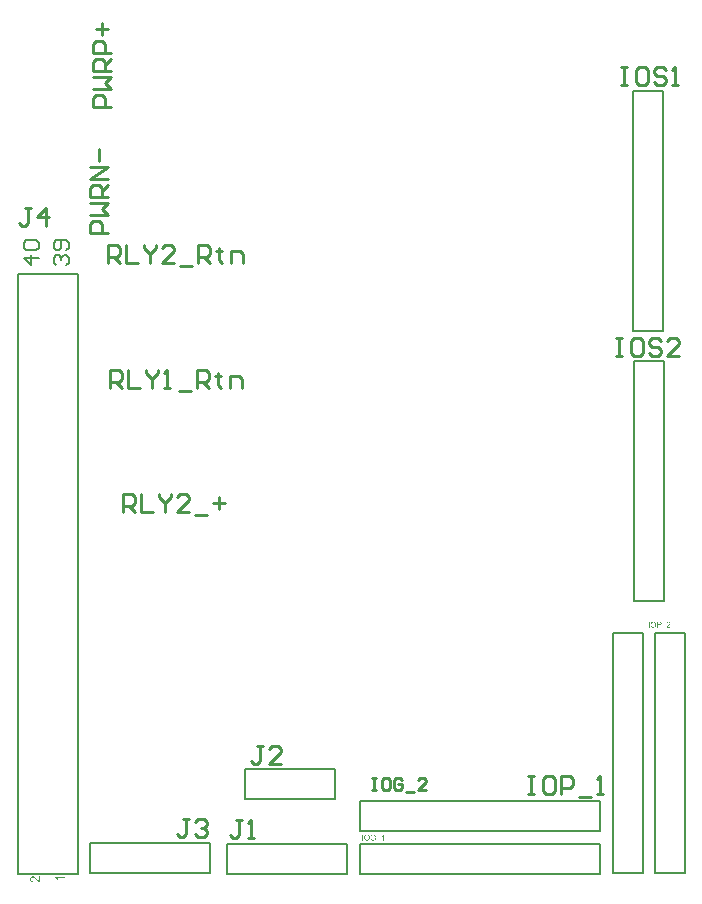
<source format=gto>
G04*
G04 #@! TF.GenerationSoftware,Altium Limited,Altium Designer,23.8.1 (32)*
G04*
G04 Layer_Color=65535*
%FSLAX44Y44*%
%MOMM*%
G71*
G04*
G04 #@! TF.SameCoordinates,B3540FD7-C173-429B-8219-2738AE0D0CCA*
G04*
G04*
G04 #@! TF.FilePolarity,Positive*
G04*
G01*
G75*
%ADD10C,0.2000*%
%ADD11C,0.2032*%
%ADD12C,0.2540*%
G36*
X341884Y10631D02*
X335536D01*
X335547Y10619D01*
X335594Y10560D01*
X335665Y10490D01*
X335747Y10373D01*
X335852Y10244D01*
X335970Y10079D01*
X336099Y9892D01*
X336228Y9680D01*
Y9669D01*
X336240Y9657D01*
X336287Y9586D01*
X336345Y9469D01*
X336416Y9328D01*
X336498Y9164D01*
X336580Y8988D01*
X336662Y8812D01*
X336732Y8636D01*
X335770D01*
Y8648D01*
X335747Y8671D01*
X335735Y8718D01*
X335700Y8777D01*
X335665Y8847D01*
X335618Y8929D01*
X335500Y9129D01*
X335371Y9364D01*
X335207Y9598D01*
X335019Y9845D01*
X334820Y10091D01*
X334808Y10103D01*
X334796Y10115D01*
X334761Y10150D01*
X334726Y10197D01*
X334608Y10302D01*
X334468Y10443D01*
X334303Y10584D01*
X334116Y10737D01*
X333928Y10866D01*
X333728Y10983D01*
Y11628D01*
X341884D01*
Y10631D01*
D02*
G37*
G36*
X320802Y6870D02*
X320790D01*
X320743D01*
X320673D01*
X320579Y6881D01*
X320473Y6893D01*
X320356Y6917D01*
X320239Y6940D01*
X320110Y6987D01*
X320098D01*
X320086Y6999D01*
X320016Y7022D01*
X319910Y7069D01*
X319769Y7140D01*
X319605Y7233D01*
X319417Y7351D01*
X319230Y7480D01*
X319030Y7644D01*
X319018D01*
X319007Y7668D01*
X318936Y7726D01*
X318831Y7832D01*
X318678Y7984D01*
X318502Y8161D01*
X318291Y8383D01*
X318056Y8653D01*
X317810Y8947D01*
X317798Y8959D01*
X317763Y9006D01*
X317704Y9076D01*
X317634Y9158D01*
X317540Y9264D01*
X317434Y9393D01*
X317317Y9522D01*
X317188Y9674D01*
X316906Y9968D01*
X316624Y10261D01*
X316484Y10402D01*
X316343Y10531D01*
X316214Y10648D01*
X316085Y10742D01*
X316073D01*
X316061Y10766D01*
X316026Y10789D01*
X315979Y10813D01*
X315850Y10895D01*
X315697Y10989D01*
X315510Y11071D01*
X315310Y11153D01*
X315087Y11200D01*
X314876Y11223D01*
X314864D01*
X314853D01*
X314782Y11212D01*
X314665Y11200D01*
X314536Y11165D01*
X314371Y11118D01*
X314207Y11036D01*
X314043Y10930D01*
X313878Y10789D01*
X313855Y10766D01*
X313808Y10707D01*
X313749Y10625D01*
X313667Y10496D01*
X313597Y10331D01*
X313526Y10144D01*
X313479Y9921D01*
X313468Y9674D01*
Y9604D01*
X313479Y9557D01*
X313491Y9416D01*
X313526Y9252D01*
X313573Y9076D01*
X313655Y8876D01*
X313761Y8689D01*
X313902Y8513D01*
X313925Y8489D01*
X313984Y8442D01*
X314078Y8372D01*
X314219Y8301D01*
X314383Y8219D01*
X314594Y8149D01*
X314829Y8102D01*
X315099Y8078D01*
X314993Y7057D01*
X314981D01*
X314946Y7069D01*
X314888D01*
X314806Y7081D01*
X314712Y7104D01*
X314606Y7128D01*
X314477Y7163D01*
X314348Y7198D01*
X314066Y7292D01*
X313785Y7433D01*
X313644Y7515D01*
X313503Y7621D01*
X313374Y7726D01*
X313256Y7844D01*
X313245Y7855D01*
X313233Y7879D01*
X313198Y7914D01*
X313163Y7973D01*
X313116Y8043D01*
X313069Y8125D01*
X313010Y8219D01*
X312951Y8337D01*
X312893Y8466D01*
X312834Y8607D01*
X312787Y8759D01*
X312740Y8923D01*
X312705Y9099D01*
X312670Y9287D01*
X312658Y9487D01*
X312646Y9698D01*
Y9815D01*
X312658Y9897D01*
X312670Y9991D01*
X312682Y10108D01*
X312705Y10238D01*
X312729Y10367D01*
X312811Y10672D01*
X312928Y10977D01*
X312998Y11129D01*
X313081Y11282D01*
X313186Y11423D01*
X313304Y11552D01*
X313315Y11564D01*
X313327Y11587D01*
X313374Y11611D01*
X313421Y11658D01*
X313479Y11716D01*
X313562Y11775D01*
X313644Y11834D01*
X313749Y11904D01*
X313972Y12021D01*
X314254Y12139D01*
X314395Y12186D01*
X314559Y12209D01*
X314723Y12233D01*
X314899Y12244D01*
X314923D01*
X314981D01*
X315075Y12233D01*
X315205Y12221D01*
X315345Y12197D01*
X315510Y12150D01*
X315686Y12104D01*
X315862Y12033D01*
X315885Y12021D01*
X315944Y11998D01*
X316038Y11951D01*
X316167Y11881D01*
X316308Y11787D01*
X316484Y11669D01*
X316660Y11529D01*
X316859Y11364D01*
X316883Y11341D01*
X316953Y11282D01*
X317012Y11223D01*
X317070Y11165D01*
X317141Y11094D01*
X317235Y11000D01*
X317328Y10906D01*
X317434Y10789D01*
X317551Y10672D01*
X317680Y10531D01*
X317810Y10378D01*
X317962Y10214D01*
X318115Y10026D01*
X318279Y9839D01*
X318291Y9827D01*
X318314Y9803D01*
X318349Y9757D01*
X318396Y9698D01*
X318467Y9627D01*
X318537Y9545D01*
X318690Y9358D01*
X318866Y9158D01*
X319042Y8970D01*
X319194Y8806D01*
X319253Y8736D01*
X319312Y8677D01*
X319323Y8665D01*
X319359Y8630D01*
X319406Y8583D01*
X319476Y8524D01*
X319558Y8466D01*
X319640Y8395D01*
X319840Y8254D01*
Y12256D01*
X320802D01*
Y6870D01*
D02*
G37*
G36*
X853302Y227618D02*
X853358Y227611D01*
X853428Y227604D01*
X853506Y227589D01*
X853583Y227575D01*
X853766Y227526D01*
X853949Y227456D01*
X854041Y227414D01*
X854132Y227364D01*
X854217Y227301D01*
X854294Y227231D01*
X854301Y227224D01*
X854315Y227217D01*
X854329Y227188D01*
X854357Y227160D01*
X854392Y227125D01*
X854428Y227076D01*
X854463Y227027D01*
X854505Y226963D01*
X854575Y226830D01*
X854646Y226661D01*
X854674Y226576D01*
X854688Y226478D01*
X854702Y226379D01*
X854709Y226274D01*
Y226260D01*
Y226225D01*
X854702Y226168D01*
X854695Y226091D01*
X854681Y226007D01*
X854653Y225908D01*
X854625Y225802D01*
X854582Y225697D01*
X854575Y225683D01*
X854561Y225648D01*
X854533Y225591D01*
X854491Y225514D01*
X854435Y225429D01*
X854364Y225324D01*
X854280Y225219D01*
X854181Y225099D01*
X854167Y225085D01*
X854132Y225043D01*
X854097Y225007D01*
X854062Y224972D01*
X854019Y224930D01*
X853963Y224874D01*
X853907Y224817D01*
X853837Y224754D01*
X853766Y224684D01*
X853682Y224606D01*
X853590Y224529D01*
X853492Y224438D01*
X853379Y224346D01*
X853267Y224247D01*
X853260Y224240D01*
X853246Y224226D01*
X853217Y224205D01*
X853182Y224177D01*
X853140Y224135D01*
X853091Y224093D01*
X852978Y224001D01*
X852859Y223896D01*
X852746Y223790D01*
X852647Y223699D01*
X852605Y223664D01*
X852570Y223628D01*
X852563Y223621D01*
X852542Y223600D01*
X852514Y223572D01*
X852479Y223530D01*
X852443Y223481D01*
X852401Y223431D01*
X852317Y223312D01*
X854716D01*
Y222735D01*
X851487D01*
Y222742D01*
Y222770D01*
Y222812D01*
X851494Y222868D01*
X851501Y222932D01*
X851515Y223002D01*
X851529Y223073D01*
X851557Y223150D01*
Y223157D01*
X851564Y223164D01*
X851578Y223206D01*
X851606Y223270D01*
X851648Y223354D01*
X851705Y223452D01*
X851775Y223565D01*
X851852Y223678D01*
X851951Y223797D01*
Y223804D01*
X851965Y223811D01*
X852000Y223853D01*
X852064Y223917D01*
X852155Y224008D01*
X852261Y224114D01*
X852394Y224240D01*
X852556Y224381D01*
X852732Y224529D01*
X852739Y224536D01*
X852767Y224557D01*
X852809Y224592D01*
X852859Y224634D01*
X852922Y224691D01*
X852999Y224754D01*
X853077Y224825D01*
X853168Y224902D01*
X853344Y225071D01*
X853520Y225240D01*
X853604Y225324D01*
X853682Y225408D01*
X853752Y225486D01*
X853809Y225563D01*
Y225570D01*
X853822Y225577D01*
X853837Y225598D01*
X853851Y225627D01*
X853900Y225704D01*
X853956Y225795D01*
X854006Y225908D01*
X854055Y226028D01*
X854083Y226161D01*
X854097Y226288D01*
Y226295D01*
Y226302D01*
X854090Y226344D01*
X854083Y226415D01*
X854062Y226492D01*
X854034Y226590D01*
X853984Y226689D01*
X853921Y226787D01*
X853837Y226886D01*
X853822Y226900D01*
X853787Y226928D01*
X853738Y226963D01*
X853661Y227013D01*
X853562Y227055D01*
X853450Y227097D01*
X853316Y227125D01*
X853168Y227132D01*
X853126D01*
X853098Y227125D01*
X853013Y227118D01*
X852915Y227097D01*
X852809Y227069D01*
X852690Y227020D01*
X852577Y226956D01*
X852472Y226872D01*
X852458Y226858D01*
X852429Y226823D01*
X852387Y226766D01*
X852345Y226682D01*
X852296Y226583D01*
X852253Y226457D01*
X852225Y226316D01*
X852211Y226154D01*
X851599Y226218D01*
Y226225D01*
X851606Y226246D01*
Y226281D01*
X851613Y226330D01*
X851627Y226386D01*
X851641Y226450D01*
X851663Y226527D01*
X851684Y226604D01*
X851740Y226773D01*
X851824Y226942D01*
X851874Y227027D01*
X851937Y227111D01*
X852000Y227188D01*
X852071Y227259D01*
X852078Y227266D01*
X852092Y227273D01*
X852113Y227294D01*
X852148Y227315D01*
X852190Y227343D01*
X852240Y227371D01*
X852296Y227407D01*
X852366Y227442D01*
X852443Y227477D01*
X852528Y227512D01*
X852619Y227540D01*
X852718Y227568D01*
X852823Y227589D01*
X852936Y227611D01*
X853056Y227618D01*
X853182Y227625D01*
X853253D01*
X853302Y227618D01*
D02*
G37*
G36*
X845598Y227597D02*
X845717Y227589D01*
X845844Y227582D01*
X845964Y227568D01*
X846069Y227554D01*
X846083D01*
X846132Y227540D01*
X846196Y227526D01*
X846280Y227505D01*
X846372Y227470D01*
X846470Y227428D01*
X846576Y227379D01*
X846667Y227322D01*
X846681Y227315D01*
X846709Y227294D01*
X846751Y227252D01*
X846808Y227203D01*
X846871Y227139D01*
X846935Y227055D01*
X847005Y226963D01*
X847061Y226858D01*
X847068Y226844D01*
X847082Y226809D01*
X847110Y226745D01*
X847139Y226661D01*
X847160Y226562D01*
X847188Y226450D01*
X847202Y226323D01*
X847209Y226189D01*
Y226182D01*
Y226161D01*
Y226133D01*
X847202Y226084D01*
X847195Y226035D01*
X847188Y225971D01*
X847174Y225901D01*
X847160Y225824D01*
X847110Y225662D01*
X847082Y225577D01*
X847040Y225486D01*
X846991Y225394D01*
X846942Y225310D01*
X846878Y225226D01*
X846808Y225141D01*
X846801Y225134D01*
X846787Y225120D01*
X846766Y225099D01*
X846730Y225078D01*
X846688Y225043D01*
X846632Y225007D01*
X846562Y224965D01*
X846484Y224930D01*
X846393Y224888D01*
X846287Y224846D01*
X846175Y224810D01*
X846041Y224782D01*
X845900Y224754D01*
X845745Y224733D01*
X845570Y224719D01*
X845387Y224712D01*
X844141D01*
Y222735D01*
X843494D01*
Y227604D01*
X845492D01*
X845598Y227597D01*
D02*
G37*
G36*
X837063Y222735D02*
X836416D01*
Y227604D01*
X837063D01*
Y222735D01*
D02*
G37*
G36*
X840447Y227681D02*
X840511D01*
X840574Y227674D01*
X840658Y227660D01*
X840743Y227646D01*
X840926Y227611D01*
X841137Y227554D01*
X841341Y227470D01*
X841447Y227421D01*
X841552Y227364D01*
X841559Y227357D01*
X841573Y227350D01*
X841601Y227329D01*
X841644Y227308D01*
X841686Y227273D01*
X841742Y227231D01*
X841862Y227132D01*
X841988Y227006D01*
X842129Y226851D01*
X842263Y226668D01*
X842375Y226464D01*
Y226457D01*
X842389Y226436D01*
X842403Y226408D01*
X842418Y226365D01*
X842446Y226309D01*
X842467Y226246D01*
X842495Y226168D01*
X842523Y226084D01*
X842544Y225992D01*
X842572Y225894D01*
X842600Y225781D01*
X842622Y225669D01*
X842650Y225422D01*
X842664Y225155D01*
Y225148D01*
Y225120D01*
Y225085D01*
X842657Y225028D01*
Y224965D01*
X842650Y224888D01*
X842636Y224803D01*
X842629Y224712D01*
X842593Y224508D01*
X842537Y224283D01*
X842460Y224058D01*
X842418Y223945D01*
X842361Y223832D01*
Y223825D01*
X842347Y223804D01*
X842333Y223776D01*
X842305Y223734D01*
X842277Y223685D01*
X842242Y223635D01*
X842143Y223502D01*
X842023Y223361D01*
X841883Y223213D01*
X841714Y223073D01*
X841517Y222946D01*
X841510D01*
X841496Y222932D01*
X841461Y222918D01*
X841418Y222897D01*
X841369Y222876D01*
X841313Y222854D01*
X841243Y222826D01*
X841165Y222798D01*
X841081Y222770D01*
X840989Y222742D01*
X840785Y222700D01*
X840567Y222665D01*
X840335Y222650D01*
X840265D01*
X840222Y222657D01*
X840159D01*
X840089Y222672D01*
X840011Y222679D01*
X839920Y222693D01*
X839730Y222735D01*
X839526Y222791D01*
X839315Y222876D01*
X839209Y222925D01*
X839104Y222981D01*
X839097Y222988D01*
X839082Y222995D01*
X839054Y223016D01*
X839012Y223044D01*
X838970Y223073D01*
X838921Y223115D01*
X838801Y223220D01*
X838667Y223347D01*
X838527Y223502D01*
X838400Y223678D01*
X838280Y223882D01*
Y223889D01*
X838266Y223910D01*
X838252Y223938D01*
X838238Y223980D01*
X838217Y224037D01*
X838196Y224100D01*
X838168Y224170D01*
X838147Y224247D01*
X838119Y224339D01*
X838091Y224431D01*
X838048Y224641D01*
X838020Y224860D01*
X838006Y225099D01*
Y225106D01*
Y225113D01*
Y225155D01*
X838013Y225219D01*
Y225303D01*
X838027Y225401D01*
X838041Y225521D01*
X838062Y225655D01*
X838091Y225795D01*
X838119Y225943D01*
X838161Y226098D01*
X838217Y226253D01*
X838280Y226415D01*
X838351Y226569D01*
X838442Y226724D01*
X838541Y226865D01*
X838653Y226999D01*
X838660Y227006D01*
X838681Y227027D01*
X838724Y227062D01*
X838773Y227104D01*
X838836Y227160D01*
X838914Y227217D01*
X839005Y227280D01*
X839111Y227343D01*
X839223Y227407D01*
X839350Y227470D01*
X839491Y227526D01*
X839638Y227582D01*
X839800Y227625D01*
X839969Y227660D01*
X840145Y227681D01*
X840335Y227688D01*
X840398D01*
X840447Y227681D01*
D02*
G37*
G36*
X851360Y221384D02*
X847399D01*
Y221813D01*
X851360D01*
Y221384D01*
D02*
G37*
G36*
X603394Y47341D02*
X603450D01*
X603583Y47327D01*
X603731Y47306D01*
X603886Y47271D01*
X604055Y47228D01*
X604217Y47172D01*
X604224D01*
X604238Y47165D01*
X604259Y47158D01*
X604287Y47144D01*
X604365Y47102D01*
X604463Y47052D01*
X604568Y46982D01*
X604681Y46898D01*
X604787Y46806D01*
X604885Y46694D01*
X604899Y46680D01*
X604927Y46637D01*
X604970Y46574D01*
X605026Y46483D01*
X605082Y46370D01*
X605145Y46229D01*
X605209Y46075D01*
X605258Y45899D01*
X604674Y45744D01*
Y45751D01*
X604667Y45758D01*
X604660Y45779D01*
X604653Y45807D01*
X604632Y45870D01*
X604604Y45955D01*
X604562Y46054D01*
X604512Y46145D01*
X604463Y46243D01*
X604400Y46328D01*
X604393Y46335D01*
X604371Y46363D01*
X604329Y46398D01*
X604280Y46448D01*
X604217Y46504D01*
X604132Y46560D01*
X604041Y46616D01*
X603935Y46666D01*
X603921Y46673D01*
X603886Y46687D01*
X603823Y46708D01*
X603738Y46736D01*
X603640Y46757D01*
X603527Y46778D01*
X603401Y46792D01*
X603267Y46799D01*
X603190D01*
X603154Y46792D01*
X603112D01*
X603007Y46785D01*
X602887Y46764D01*
X602753Y46743D01*
X602627Y46708D01*
X602500Y46659D01*
X602486Y46652D01*
X602444Y46637D01*
X602387Y46602D01*
X602317Y46567D01*
X602233Y46511D01*
X602141Y46455D01*
X602057Y46384D01*
X601979Y46307D01*
X601972Y46300D01*
X601944Y46272D01*
X601909Y46222D01*
X601867Y46166D01*
X601818Y46096D01*
X601768Y46011D01*
X601719Y45920D01*
X601670Y45821D01*
Y45814D01*
X601663Y45800D01*
X601656Y45779D01*
X601642Y45744D01*
X601628Y45702D01*
X601614Y45652D01*
X601592Y45596D01*
X601578Y45533D01*
X601543Y45385D01*
X601515Y45216D01*
X601494Y45040D01*
X601487Y44843D01*
Y44836D01*
Y44815D01*
Y44780D01*
X601494Y44738D01*
Y44682D01*
X601501Y44611D01*
X601508Y44541D01*
X601515Y44463D01*
X601543Y44288D01*
X601578Y44104D01*
X601635Y43922D01*
X601705Y43746D01*
Y43739D01*
X601719Y43725D01*
X601726Y43703D01*
X601747Y43675D01*
X601796Y43598D01*
X601874Y43499D01*
X601965Y43394D01*
X602078Y43288D01*
X602211Y43190D01*
X602359Y43098D01*
X602366D01*
X602380Y43091D01*
X602402Y43077D01*
X602437Y43063D01*
X602472Y43049D01*
X602521Y43035D01*
X602634Y42993D01*
X602774Y42958D01*
X602929Y42923D01*
X603098Y42894D01*
X603274Y42887D01*
X603344D01*
X603386Y42894D01*
X603429D01*
X603534Y42908D01*
X603661Y42923D01*
X603795Y42951D01*
X603942Y42993D01*
X604090Y43042D01*
X604097D01*
X604111Y43049D01*
X604125Y43056D01*
X604153Y43070D01*
X604231Y43106D01*
X604315Y43148D01*
X604414Y43197D01*
X604519Y43253D01*
X604618Y43316D01*
X604702Y43387D01*
Y44302D01*
X603267D01*
Y44879D01*
X605335D01*
Y43070D01*
X605328Y43063D01*
X605314Y43056D01*
X605286Y43035D01*
X605251Y43007D01*
X605209Y42979D01*
X605159Y42944D01*
X605096Y42901D01*
X605033Y42859D01*
X604885Y42768D01*
X604716Y42669D01*
X604540Y42578D01*
X604350Y42500D01*
X604343D01*
X604329Y42493D01*
X604301Y42486D01*
X604266Y42472D01*
X604217Y42458D01*
X604160Y42437D01*
X604097Y42423D01*
X604034Y42409D01*
X603879Y42374D01*
X603703Y42339D01*
X603513Y42317D01*
X603316Y42310D01*
X603246D01*
X603196Y42317D01*
X603133D01*
X603056Y42325D01*
X602971Y42339D01*
X602880Y42346D01*
X602676Y42388D01*
X602458Y42437D01*
X602233Y42514D01*
X602120Y42557D01*
X602007Y42613D01*
X602000Y42620D01*
X601979Y42627D01*
X601951Y42648D01*
X601909Y42669D01*
X601860Y42704D01*
X601810Y42740D01*
X601677Y42838D01*
X601536Y42965D01*
X601388Y43120D01*
X601248Y43295D01*
X601121Y43499D01*
Y43506D01*
X601107Y43528D01*
X601093Y43556D01*
X601072Y43605D01*
X601051Y43654D01*
X601030Y43725D01*
X601001Y43795D01*
X600973Y43879D01*
X600945Y43971D01*
X600917Y44076D01*
X600896Y44182D01*
X600875Y44295D01*
X600840Y44541D01*
X600826Y44801D01*
Y44808D01*
Y44836D01*
Y44871D01*
X600832Y44921D01*
Y44984D01*
X600840Y45061D01*
X600854Y45139D01*
X600861Y45230D01*
X600882Y45329D01*
X600896Y45434D01*
X600952Y45659D01*
X601022Y45892D01*
X601121Y46124D01*
X601128Y46131D01*
X601135Y46152D01*
X601149Y46180D01*
X601177Y46222D01*
X601205Y46279D01*
X601241Y46335D01*
X601339Y46469D01*
X601459Y46623D01*
X601606Y46771D01*
X601775Y46919D01*
X601874Y46982D01*
X601972Y47045D01*
X601979Y47052D01*
X602000Y47060D01*
X602029Y47074D01*
X602071Y47095D01*
X602127Y47116D01*
X602190Y47144D01*
X602261Y47172D01*
X602345Y47200D01*
X602437Y47228D01*
X602535Y47249D01*
X602641Y47278D01*
X602753Y47299D01*
X602999Y47334D01*
X603126Y47348D01*
X603351D01*
X603394Y47341D01*
D02*
G37*
G36*
X612076Y42395D02*
X611478D01*
Y46201D01*
X611471Y46194D01*
X611436Y46166D01*
X611393Y46124D01*
X611323Y46075D01*
X611245Y46011D01*
X611147Y45941D01*
X611034Y45863D01*
X610908Y45786D01*
X610901D01*
X610894Y45779D01*
X610852Y45751D01*
X610781Y45716D01*
X610697Y45673D01*
X610598Y45624D01*
X610493Y45575D01*
X610387Y45526D01*
X610282Y45484D01*
Y46061D01*
X610289D01*
X610303Y46075D01*
X610331Y46082D01*
X610366Y46103D01*
X610408Y46124D01*
X610457Y46152D01*
X610577Y46222D01*
X610718Y46300D01*
X610858Y46398D01*
X611006Y46511D01*
X611154Y46630D01*
X611161Y46637D01*
X611168Y46645D01*
X611189Y46666D01*
X611217Y46687D01*
X611281Y46757D01*
X611365Y46842D01*
X611450Y46940D01*
X611541Y47052D01*
X611618Y47165D01*
X611689Y47285D01*
X612076D01*
Y42395D01*
D02*
G37*
G36*
X594564D02*
X593916D01*
Y47264D01*
X594564D01*
Y42395D01*
D02*
G37*
G36*
X597948Y47341D02*
X598011D01*
X598074Y47334D01*
X598159Y47320D01*
X598243Y47306D01*
X598426Y47271D01*
X598637Y47214D01*
X598841Y47130D01*
X598947Y47081D01*
X599052Y47024D01*
X599059Y47017D01*
X599074Y47010D01*
X599102Y46989D01*
X599144Y46968D01*
X599186Y46933D01*
X599242Y46891D01*
X599362Y46792D01*
X599489Y46666D01*
X599629Y46511D01*
X599763Y46328D01*
X599876Y46124D01*
Y46117D01*
X599890Y46096D01*
X599904Y46068D01*
X599918Y46025D01*
X599946Y45969D01*
X599967Y45906D01*
X599995Y45828D01*
X600023Y45744D01*
X600045Y45652D01*
X600073Y45554D01*
X600101Y45441D01*
X600122Y45329D01*
X600150Y45083D01*
X600164Y44815D01*
Y44808D01*
Y44780D01*
Y44745D01*
X600157Y44689D01*
Y44625D01*
X600150Y44548D01*
X600136Y44463D01*
X600129Y44372D01*
X600094Y44168D01*
X600037Y43943D01*
X599960Y43718D01*
X599918Y43605D01*
X599862Y43492D01*
Y43485D01*
X599847Y43464D01*
X599833Y43436D01*
X599805Y43394D01*
X599777Y43345D01*
X599742Y43295D01*
X599644Y43162D01*
X599524Y43021D01*
X599383Y42873D01*
X599214Y42733D01*
X599017Y42606D01*
X599010D01*
X598996Y42592D01*
X598961Y42578D01*
X598919Y42557D01*
X598870Y42536D01*
X598813Y42514D01*
X598743Y42486D01*
X598666Y42458D01*
X598581Y42430D01*
X598490Y42402D01*
X598285Y42360D01*
X598067Y42325D01*
X597835Y42310D01*
X597765D01*
X597723Y42317D01*
X597659D01*
X597589Y42332D01*
X597512Y42339D01*
X597420Y42353D01*
X597230Y42395D01*
X597026Y42451D01*
X596815Y42536D01*
X596710Y42585D01*
X596604Y42641D01*
X596597Y42648D01*
X596583Y42655D01*
X596555Y42676D01*
X596512Y42704D01*
X596470Y42733D01*
X596421Y42775D01*
X596301Y42880D01*
X596168Y43007D01*
X596027Y43162D01*
X595900Y43338D01*
X595781Y43542D01*
Y43549D01*
X595767Y43570D01*
X595753Y43598D01*
X595739Y43640D01*
X595718Y43696D01*
X595696Y43760D01*
X595668Y43830D01*
X595647Y43907D01*
X595619Y43999D01*
X595591Y44090D01*
X595549Y44302D01*
X595521Y44520D01*
X595506Y44759D01*
Y44766D01*
Y44773D01*
Y44815D01*
X595513Y44879D01*
Y44963D01*
X595527Y45061D01*
X595542Y45181D01*
X595563Y45315D01*
X595591Y45455D01*
X595619Y45603D01*
X595661Y45758D01*
X595718Y45913D01*
X595781Y46075D01*
X595851Y46229D01*
X595943Y46384D01*
X596041Y46525D01*
X596154Y46659D01*
X596161Y46666D01*
X596182Y46687D01*
X596224Y46722D01*
X596273Y46764D01*
X596337Y46820D01*
X596414Y46877D01*
X596506Y46940D01*
X596611Y47003D01*
X596724Y47067D01*
X596850Y47130D01*
X596991Y47186D01*
X597139Y47242D01*
X597300Y47285D01*
X597469Y47320D01*
X597645Y47341D01*
X597835Y47348D01*
X597899D01*
X597948Y47341D01*
D02*
G37*
G36*
X609613Y41044D02*
X605652D01*
Y41473D01*
X609613D01*
Y41044D01*
D02*
G37*
%LPC*%
G36*
X845534Y227027D02*
X844141D01*
Y225289D01*
X845450D01*
X845499Y225296D01*
X845548D01*
X845605Y225303D01*
X845738Y225317D01*
X845886Y225345D01*
X846034Y225387D01*
X846168Y225444D01*
X846231Y225479D01*
X846280Y225521D01*
X846294Y225535D01*
X846322Y225563D01*
X846365Y225620D01*
X846414Y225690D01*
X846463Y225781D01*
X846505Y225894D01*
X846533Y226021D01*
X846547Y226168D01*
Y226175D01*
Y226182D01*
Y226218D01*
X846541Y226281D01*
X846526Y226351D01*
X846512Y226429D01*
X846484Y226520D01*
X846442Y226604D01*
X846393Y226689D01*
X846386Y226696D01*
X846365Y226724D01*
X846329Y226759D01*
X846287Y226809D01*
X846224Y226858D01*
X846153Y226900D01*
X846076Y226942D01*
X845985Y226977D01*
X845978D01*
X845949Y226985D01*
X845907Y226992D01*
X845851Y227006D01*
X845767Y227013D01*
X845661Y227020D01*
X845534Y227027D01*
D02*
G37*
G36*
X840335Y227132D02*
X840272D01*
X840222Y227125D01*
X840159Y227118D01*
X840096Y227104D01*
X840018Y227090D01*
X839934Y227076D01*
X839751Y227020D01*
X839652Y226977D01*
X839554Y226935D01*
X839448Y226879D01*
X839350Y226816D01*
X839251Y226745D01*
X839160Y226661D01*
X839153Y226654D01*
X839139Y226640D01*
X839118Y226612D01*
X839082Y226569D01*
X839047Y226520D01*
X839005Y226457D01*
X838963Y226379D01*
X838914Y226288D01*
X838871Y226189D01*
X838822Y226070D01*
X838780Y225943D01*
X838745Y225802D01*
X838710Y225648D01*
X838689Y225472D01*
X838674Y225289D01*
X838667Y225092D01*
Y225085D01*
Y225057D01*
Y225007D01*
X838674Y224944D01*
X838681Y224874D01*
X838696Y224789D01*
X838710Y224691D01*
X838724Y224592D01*
X838780Y224367D01*
X838822Y224255D01*
X838864Y224135D01*
X838921Y224022D01*
X838984Y223910D01*
X839054Y223804D01*
X839139Y223706D01*
X839146Y223699D01*
X839160Y223685D01*
X839188Y223657D01*
X839223Y223628D01*
X839273Y223586D01*
X839329Y223544D01*
X839392Y223502D01*
X839463Y223452D01*
X839547Y223403D01*
X839638Y223361D01*
X839737Y223319D01*
X839842Y223277D01*
X839955Y223248D01*
X840068Y223220D01*
X840194Y223206D01*
X840328Y223199D01*
X840363D01*
X840398Y223206D01*
X840447D01*
X840511Y223213D01*
X840581Y223227D01*
X840666Y223241D01*
X840750Y223263D01*
X840848Y223291D01*
X840940Y223326D01*
X841046Y223361D01*
X841144Y223410D01*
X841243Y223474D01*
X841341Y223537D01*
X841440Y223614D01*
X841531Y223706D01*
X841538Y223713D01*
X841552Y223727D01*
X841573Y223762D01*
X841608Y223804D01*
X841644Y223853D01*
X841679Y223917D01*
X841721Y223994D01*
X841770Y224079D01*
X841812Y224177D01*
X841855Y224290D01*
X841890Y224409D01*
X841932Y224536D01*
X841960Y224677D01*
X841981Y224832D01*
X841995Y224993D01*
X842002Y225162D01*
Y225169D01*
Y225190D01*
Y225219D01*
Y225261D01*
X841995Y225310D01*
Y225373D01*
X841988Y225437D01*
X841974Y225514D01*
X841953Y225676D01*
X841918Y225845D01*
X841869Y226028D01*
X841798Y226196D01*
Y226203D01*
X841791Y226218D01*
X841777Y226239D01*
X841763Y226267D01*
X841714Y226351D01*
X841651Y226450D01*
X841566Y226562D01*
X841461Y226675D01*
X841341Y226787D01*
X841207Y226886D01*
X841200D01*
X841193Y226900D01*
X841172Y226907D01*
X841137Y226928D01*
X841102Y226942D01*
X841060Y226963D01*
X840954Y227013D01*
X840827Y227055D01*
X840680Y227097D01*
X840511Y227125D01*
X840335Y227132D01*
D02*
G37*
G36*
X597835Y46792D02*
X597772D01*
X597723Y46785D01*
X597659Y46778D01*
X597596Y46764D01*
X597519Y46750D01*
X597434Y46736D01*
X597251Y46680D01*
X597153Y46637D01*
X597054Y46595D01*
X596949Y46539D01*
X596850Y46476D01*
X596752Y46405D01*
X596660Y46321D01*
X596653Y46314D01*
X596639Y46300D01*
X596618Y46272D01*
X596583Y46229D01*
X596548Y46180D01*
X596506Y46117D01*
X596463Y46039D01*
X596414Y45948D01*
X596372Y45849D01*
X596323Y45730D01*
X596280Y45603D01*
X596245Y45462D01*
X596210Y45308D01*
X596189Y45132D01*
X596175Y44949D01*
X596168Y44752D01*
Y44745D01*
Y44717D01*
Y44667D01*
X596175Y44604D01*
X596182Y44534D01*
X596196Y44449D01*
X596210Y44351D01*
X596224Y44252D01*
X596280Y44027D01*
X596323Y43915D01*
X596365Y43795D01*
X596421Y43682D01*
X596484Y43570D01*
X596555Y43464D01*
X596639Y43366D01*
X596646Y43359D01*
X596660Y43345D01*
X596688Y43316D01*
X596724Y43288D01*
X596773Y43246D01*
X596829Y43204D01*
X596893Y43162D01*
X596963Y43113D01*
X597047Y43063D01*
X597139Y43021D01*
X597237Y42979D01*
X597343Y42937D01*
X597455Y42908D01*
X597568Y42880D01*
X597695Y42866D01*
X597828Y42859D01*
X597863D01*
X597899Y42866D01*
X597948D01*
X598011Y42873D01*
X598082Y42887D01*
X598166Y42901D01*
X598250Y42923D01*
X598349Y42951D01*
X598440Y42986D01*
X598546Y43021D01*
X598644Y43070D01*
X598743Y43134D01*
X598841Y43197D01*
X598940Y43274D01*
X599031Y43366D01*
X599038Y43373D01*
X599052Y43387D01*
X599074Y43422D01*
X599109Y43464D01*
X599144Y43513D01*
X599179Y43577D01*
X599221Y43654D01*
X599271Y43739D01*
X599313Y43837D01*
X599355Y43950D01*
X599390Y44069D01*
X599432Y44196D01*
X599460Y44337D01*
X599482Y44492D01*
X599496Y44653D01*
X599503Y44822D01*
Y44829D01*
Y44850D01*
Y44879D01*
Y44921D01*
X599496Y44970D01*
Y45033D01*
X599489Y45097D01*
X599475Y45174D01*
X599454Y45336D01*
X599418Y45505D01*
X599369Y45688D01*
X599299Y45856D01*
Y45863D01*
X599292Y45878D01*
X599278Y45899D01*
X599263Y45927D01*
X599214Y46011D01*
X599151Y46110D01*
X599067Y46222D01*
X598961Y46335D01*
X598841Y46448D01*
X598708Y46546D01*
X598701D01*
X598694Y46560D01*
X598672Y46567D01*
X598637Y46588D01*
X598602Y46602D01*
X598560Y46623D01*
X598454Y46673D01*
X598328Y46715D01*
X598180Y46757D01*
X598011Y46785D01*
X597835Y46792D01*
D02*
G37*
%LPD*%
D10*
X465100Y15300D02*
Y40700D01*
X363500Y15300D02*
X465100D01*
X363500Y40700D02*
X465100D01*
X363500Y15300D02*
Y40700D01*
X353100Y13900D02*
Y521900D01*
X302300Y13900D02*
Y521900D01*
Y13900D02*
X353100D01*
X302300Y521900D02*
X353100D01*
X806300Y217900D02*
X831700D01*
Y14700D02*
Y217900D01*
X806300Y14700D02*
X831700D01*
X806300D02*
Y217900D01*
X571100Y77300D02*
Y102700D01*
X494900Y77300D02*
X571100D01*
X494900D02*
Y102700D01*
X571100D01*
X479500Y14300D02*
Y39700D01*
X581100D01*
X479500Y14300D02*
X581100D01*
Y39700D01*
X824230Y448310D02*
X849630D01*
Y245110D02*
Y448310D01*
X824230Y245110D02*
X849630D01*
X824230D02*
Y448310D01*
X822960Y473710D02*
X848360D01*
X822960D02*
Y676910D01*
X848360D01*
Y473710D02*
Y676910D01*
X841300Y217700D02*
X866700D01*
Y14500D02*
Y217700D01*
X841300Y14500D02*
X866700D01*
X841300D02*
Y217700D01*
X591700Y50300D02*
X794900D01*
Y75700D01*
X591700D02*
X794900D01*
X591700Y50300D02*
Y75700D01*
X591820Y13970D02*
X795020D01*
Y39370D01*
X591820D02*
X795020D01*
X591820Y13970D02*
Y39370D01*
D11*
X320080Y535868D02*
X307384D01*
X313732Y529520D01*
Y537984D01*
X309500Y542216D02*
X307384Y544332D01*
Y548564D01*
X309500Y550680D01*
X317964D01*
X320080Y548564D01*
Y544332D01*
X317964Y542216D01*
X309500D01*
X334900Y529520D02*
X332784Y531636D01*
Y535868D01*
X334900Y537984D01*
X337016D01*
X339132Y535868D01*
Y533752D01*
Y535868D01*
X341248Y537984D01*
X343364D01*
X345480Y535868D01*
Y531636D01*
X343364Y529520D01*
Y542216D02*
X345480Y544332D01*
Y548564D01*
X343364Y550680D01*
X334900D01*
X332784Y548564D01*
Y544332D01*
X334900Y542216D01*
X337016D01*
X339132Y544332D01*
Y550680D01*
D12*
X378868Y531652D02*
Y546887D01*
X386486D01*
X389025Y544348D01*
Y539270D01*
X386486Y536730D01*
X378868D01*
X383947D02*
X389025Y531652D01*
X394104Y546887D02*
Y531652D01*
X404260D01*
X409339Y546887D02*
Y544348D01*
X414417Y539270D01*
X419495Y544348D01*
Y546887D01*
X414417Y539270D02*
Y531652D01*
X434730D02*
X424574D01*
X434730Y541809D01*
Y544348D01*
X432191Y546887D01*
X427113D01*
X424574Y544348D01*
X439809Y529113D02*
X449966D01*
X455044Y531652D02*
Y546887D01*
X462661D01*
X465201Y544348D01*
Y539270D01*
X462661Y536730D01*
X455044D01*
X460122D02*
X465201Y531652D01*
X472818Y544348D02*
Y541809D01*
X470279D01*
X475357D01*
X472818D01*
Y534191D01*
X475357Y531652D01*
X482975D02*
Y541809D01*
X490592D01*
X493131Y539270D01*
Y531652D01*
X391198Y320686D02*
Y335921D01*
X398816D01*
X401355Y333382D01*
Y328304D01*
X398816Y325764D01*
X391198D01*
X396276D02*
X401355Y320686D01*
X406433Y335921D02*
Y320686D01*
X416590D01*
X421668Y335921D02*
Y333382D01*
X426746Y328304D01*
X431825Y333382D01*
Y335921D01*
X426746Y328304D02*
Y320686D01*
X447060D02*
X436903D01*
X447060Y330843D01*
Y333382D01*
X444521Y335921D01*
X439442D01*
X436903Y333382D01*
X452138Y318147D02*
X462295D01*
X467373Y328304D02*
X477530D01*
X472452Y333382D02*
Y323225D01*
X380138Y425652D02*
Y440887D01*
X387756D01*
X390295Y438348D01*
Y433270D01*
X387756Y430730D01*
X380138D01*
X385216D02*
X390295Y425652D01*
X395373Y440887D02*
Y425652D01*
X405530D01*
X410608Y440887D02*
Y438348D01*
X415687Y433270D01*
X420765Y438348D01*
Y440887D01*
X415687Y433270D02*
Y425652D01*
X425843D02*
X430922D01*
X428382D01*
Y440887D01*
X425843Y438348D01*
X438539Y423113D02*
X448696D01*
X453774Y425652D02*
Y440887D01*
X461392D01*
X463931Y438348D01*
Y433270D01*
X461392Y430730D01*
X453774D01*
X458853D02*
X463931Y425652D01*
X471549Y438348D02*
Y435809D01*
X469009D01*
X474088D01*
X471549D01*
Y428191D01*
X474088Y425652D01*
X481705D02*
Y435809D01*
X489323D01*
X491862Y433270D01*
Y425652D01*
X381030Y663360D02*
X365795D01*
Y670977D01*
X368334Y673517D01*
X373413D01*
X375952Y670977D01*
Y663360D01*
X365795Y678595D02*
X381030D01*
X375952Y683673D01*
X381030Y688752D01*
X365795D01*
X381030Y693830D02*
X365795D01*
Y701448D01*
X368334Y703987D01*
X373413D01*
X375952Y701448D01*
Y693830D01*
Y698908D02*
X381030Y703987D01*
Y709065D02*
X365795D01*
Y716683D01*
X368334Y719222D01*
X373413D01*
X375952Y716683D01*
Y709065D01*
X373413Y724300D02*
Y734457D01*
X368334Y729379D02*
X378491D01*
X378538Y556836D02*
X363303D01*
Y564454D01*
X365842Y566993D01*
X370920D01*
X373460Y564454D01*
Y556836D01*
X363303Y572071D02*
X378538D01*
X373460Y577149D01*
X378538Y582228D01*
X363303D01*
X378538Y587306D02*
X363303D01*
Y594924D01*
X365842Y597463D01*
X370920D01*
X373460Y594924D01*
Y587306D01*
Y592384D02*
X378538Y597463D01*
Y602541D02*
X363303D01*
X378538Y612698D01*
X363303D01*
X370920Y617776D02*
Y627933D01*
X313461Y577617D02*
X308382D01*
X310922D01*
Y564922D01*
X308382Y562383D01*
X305843D01*
X303304Y564922D01*
X326157Y562383D02*
Y577617D01*
X318539Y570000D01*
X328696D01*
X447549Y60704D02*
X442471D01*
X445010D01*
Y48008D01*
X442471Y45469D01*
X439931D01*
X437392Y48008D01*
X452627Y58164D02*
X455166Y60704D01*
X460245D01*
X462784Y58164D01*
Y55625D01*
X460245Y53086D01*
X457705D01*
X460245D01*
X462784Y50547D01*
Y48008D01*
X460245Y45469D01*
X455166D01*
X452627Y48008D01*
X509461Y122618D02*
X504383D01*
X506922D01*
Y109922D01*
X504383Y107382D01*
X501843D01*
X499304Y109922D01*
X524696Y107382D02*
X514539D01*
X524696Y117539D01*
Y120078D01*
X522157Y122618D01*
X517078D01*
X514539Y120078D01*
X491998Y59942D02*
X486920D01*
X489459D01*
Y47246D01*
X486920Y44707D01*
X484380D01*
X481841Y47246D01*
X497076Y44707D02*
X502155D01*
X499616D01*
Y59942D01*
X497076Y57402D01*
X808339Y467617D02*
X813417D01*
X810878D01*
Y452383D01*
X808339D01*
X813417D01*
X828652Y467617D02*
X823574D01*
X821034Y465078D01*
Y454922D01*
X823574Y452383D01*
X828652D01*
X831191Y454922D01*
Y465078D01*
X828652Y467617D01*
X846426Y465078D02*
X843887Y467617D01*
X838809D01*
X836270Y465078D01*
Y462539D01*
X838809Y460000D01*
X843887D01*
X846426Y457461D01*
Y454922D01*
X843887Y452383D01*
X838809D01*
X836270Y454922D01*
X861661Y452383D02*
X851505D01*
X861661Y462539D01*
Y465078D01*
X859122Y467617D01*
X854044D01*
X851505Y465078D01*
X812808Y697227D02*
X817886D01*
X815347D01*
Y681992D01*
X812808D01*
X817886D01*
X833121Y697227D02*
X828043D01*
X825504Y694688D01*
Y684532D01*
X828043Y681992D01*
X833121D01*
X835660Y684532D01*
Y694688D01*
X833121Y697227D01*
X850895Y694688D02*
X848356Y697227D01*
X843278D01*
X840739Y694688D01*
Y692149D01*
X843278Y689610D01*
X848356D01*
X850895Y687071D01*
Y684532D01*
X848356Y681992D01*
X843278D01*
X840739Y684532D01*
X855974Y681992D02*
X861052D01*
X858513D01*
Y697227D01*
X855974Y694688D01*
X734260Y96887D02*
X739339D01*
X736799D01*
Y81652D01*
X734260D01*
X739339D01*
X754574Y96887D02*
X749495D01*
X746956Y94348D01*
Y84191D01*
X749495Y81652D01*
X754574D01*
X757113Y84191D01*
Y94348D01*
X754574Y96887D01*
X762191Y81652D02*
Y96887D01*
X769809D01*
X772348Y94348D01*
Y89270D01*
X769809Y86730D01*
X762191D01*
X777426Y79113D02*
X787583D01*
X792661Y81652D02*
X797740D01*
X795201D01*
Y96887D01*
X792661Y94348D01*
X602147Y94925D02*
X605533D01*
X603840D01*
Y84768D01*
X602147D01*
X605533D01*
X615690Y94925D02*
X612304D01*
X610611Y93232D01*
Y86461D01*
X612304Y84768D01*
X615690D01*
X617383Y86461D01*
Y93232D01*
X615690Y94925D01*
X627539Y93232D02*
X625846Y94925D01*
X622461D01*
X620768Y93232D01*
Y86461D01*
X622461Y84768D01*
X625846D01*
X627539Y86461D01*
Y89846D01*
X624154D01*
X630925Y83075D02*
X637696D01*
X647853Y84768D02*
X641081D01*
X647853Y91539D01*
Y93232D01*
X646160Y94925D01*
X642774D01*
X641081Y93232D01*
M02*

</source>
